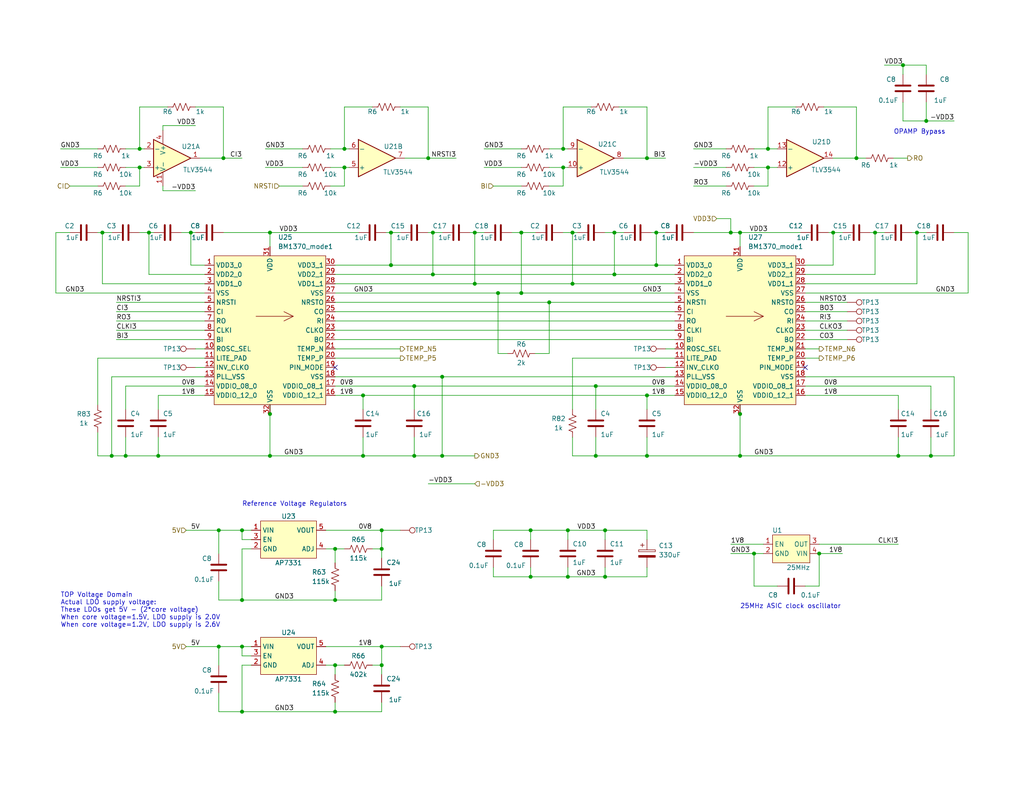
<source format=kicad_sch>
(kicad_sch (version 20231120) (generator "eeschema") (generator_version "8.0")
  (paper "A")
  (title_block (title "bitaxeHex") (date "2024-03-09") (rev "303"))
  (junction (at 176.53 124.46))
  (junction (at 113.03 105.41))
  (junction (at 153.67 40.64))
  (junction (at 30.48 124.46))
  (junction (at 66.04 176.53))
  (junction (at 246.38 17.78))
  (junction (at 43.18 124.46))
  (junction (at 252.73 33.02))
  (junction (at 129.54 77.47))
  (junction (at 93.98 40.64))
  (junction (at 165.1 144.78))
  (junction (at 129.54 63.5))
  (junction (at 223.52 151.13))
  (junction (at 38.1 40.64))
  (junction (at 118.11 63.5))
  (junction (at 91.44 163.83))
  (junction (at 38.1 45.72))
  (junction (at 250.19 63.5))
  (junction (at 154.94 144.78) (diameter 0.9144))
  (junction (at 116.84 43.18))
  (junction (at 165.1 157.48))
  (junction (at 66.04 144.78))
  (junction (at 142.24 80.01))
  (junction (at 104.14 144.78))
  (junction (at 179.07 63.5))
  (junction (at 104.14 181.61))
  (junction (at 233.68 43.18))
  (junction (at 142.24 63.5))
  (junction (at 73.66 63.5))
  (junction (at 201.93 113.03))
  (junction (at 120.65 124.46))
  (junction (at 144.78 157.48) (diameter 0.9144))
  (junction (at 91.44 149.86))
  (junction (at 59.69 176.53))
  (junction (at 66.04 163.83))
  (junction (at 238.76 63.5))
  (junction (at 99.06 124.46))
  (junction (at 156.21 77.47))
  (junction (at 104.14 176.53))
  (junction (at 254 124.46))
  (junction (at 91.44 194.31))
  (junction (at 59.69 144.78))
  (junction (at 162.56 105.41))
  (junction (at 167.64 63.5))
  (junction (at 91.44 181.61))
  (junction (at 118.11 74.93))
  (junction (at 52.07 63.5))
  (junction (at 149.86 82.55))
  (junction (at 106.68 72.39))
  (junction (at 209.55 45.72))
  (junction (at 104.14 149.86))
  (junction (at 66.04 194.31))
  (junction (at 27.94 63.5))
  (junction (at 144.78 144.78) (diameter 0.9144))
  (junction (at 60.96 43.18))
  (junction (at 205.74 151.13))
  (junction (at 73.66 124.46))
  (junction (at 73.66 113.03))
  (junction (at 176.53 107.95))
  (junction (at 201.93 124.46))
  (junction (at 113.03 124.46))
  (junction (at 162.56 124.46))
  (junction (at 167.64 74.93))
  (junction (at 120.65 102.87))
  (junction (at 245.11 124.46))
  (junction (at 156.21 63.5))
  (junction (at 34.29 124.46))
  (junction (at 179.07 72.39))
  (junction (at 154.94 157.48) (diameter 0.9144))
  (junction (at 135.89 80.01))
  (junction (at 227.33 63.5))
  (junction (at 40.64 63.5))
  (junction (at 209.55 40.64))
  (junction (at 201.93 63.5))
  (junction (at 199.39 63.5))
  (junction (at 153.67 45.72))
  (junction (at 99.06 107.95))
  (junction (at 176.53 43.18))
  (junction (at 93.98 45.72))
  (junction (at 106.68 63.5))
  (no_connect (at 219.71 100.33))
  (no_connect (at 91.44 100.33))
  (wire (pts (xy 154.94 154.94) (xy 154.94 157.48)))
  (wire (pts (xy 101.6 181.61) (xy 104.14 181.61)))
  (wire (pts (xy 55.88 102.87) (xy 30.48 102.87)))
  (wire (pts (xy 162.56 124.46) (xy 162.56 119.38)))
  (wire (pts (xy 189.23 40.64) (xy 198.12 40.64)))
  (wire (pts (xy 40.64 74.93) (xy 55.88 74.93)))
  (wire (pts (xy 176.53 43.18) (xy 170.18 43.18)))
  (wire (pts (xy 224.79 29.21) (xy 233.68 29.21)))
  (wire (pts (xy 91.44 97.79) (xy 109.22 97.79)))
  (wire (pts (xy 245.11 107.95) (xy 245.11 111.76)))
  (wire (pts (xy 44.45 34.29) (xy 53.34 34.29)))
  (wire (pts (xy 227.33 43.18) (xy 233.68 43.18)))
  (wire (pts (xy 243.84 43.18) (xy 247.65 43.18)))
  (wire (pts (xy 233.68 29.21) (xy 233.68 43.18)))
  (wire (pts (xy 260.35 102.87) (xy 260.35 124.46)))
  (wire (pts (xy 201.93 63.5) (xy 201.93 67.31)))
  (wire (pts (xy 93.98 45.72) (xy 95.25 45.72)))
  (wire (pts (xy 113.03 105.41) (xy 162.56 105.41)))
  (wire (pts (xy 246.38 33.02) (xy 252.73 33.02)))
  (wire (pts (xy 91.44 74.93) (xy 118.11 74.93)))
  (wire (pts (xy 132.08 45.72) (xy 142.24 45.72)))
  (wire (pts (xy 176.53 147.32) (xy 176.53 144.78)))
  (wire (pts (xy 176.53 119.38) (xy 176.53 124.46)))
  (wire (pts (xy 165.1 63.5) (xy 167.64 63.5)))
  (wire (pts (xy 250.19 63.5) (xy 252.73 63.5)))
  (wire (pts (xy 142.24 80.01) (xy 142.24 63.5)))
  (wire (pts (xy 31.75 85.09) (xy 55.88 85.09)))
  (wire (pts (xy 176.53 29.21) (xy 176.53 43.18)))
  (wire (pts (xy 227.33 72.39) (xy 227.33 63.5)))
  (wire (pts (xy 129.54 63.5) (xy 132.08 63.5)))
  (wire (pts (xy 91.44 181.61) (xy 91.44 184.15)))
  (wire (pts (xy 246.38 27.94) (xy 246.38 33.02)))
  (wire (pts (xy 254 124.46) (xy 254 119.38)))
  (wire (pts (xy 60.96 63.5) (xy 73.66 63.5)))
  (wire (pts (xy 91.44 194.31) (xy 91.44 191.77)))
  (wire (pts (xy 168.91 29.21) (xy 176.53 29.21)))
  (wire (pts (xy 53.34 95.25) (xy 55.88 95.25)))
  (wire (pts (xy 153.67 50.8) (xy 153.67 45.72)))
  (wire (pts (xy 44.45 50.8) (xy 44.45 52.07)))
  (wire (pts (xy 104.14 160.02) (xy 104.14 163.83)))
  (wire (pts (xy 209.55 40.64) (xy 212.09 40.64)))
  (wire (pts (xy 91.44 90.17) (xy 184.15 90.17)))
  (wire (pts (xy 165.1 157.48) (xy 154.94 157.48)))
  (wire (pts (xy 156.21 77.47) (xy 184.15 77.47)))
  (wire (pts (xy 252.73 33.02) (xy 260.35 33.02)))
  (wire (pts (xy 118.11 74.93) (xy 118.11 63.5)))
  (wire (pts (xy 118.11 74.93) (xy 167.64 74.93)))
  (wire (pts (xy 38.1 29.21) (xy 45.72 29.21)))
  (wire (pts (xy 30.48 102.87) (xy 30.48 124.46)))
  (wire (pts (xy 153.67 29.21) (xy 161.29 29.21)))
  (wire (pts (xy 91.44 181.61) (xy 93.98 181.61)))
  (wire (pts (xy 189.23 45.72) (xy 198.12 45.72)))
  (wire (pts (xy 156.21 97.79) (xy 156.21 111.76)))
  (wire (pts (xy 219.71 77.47) (xy 250.19 77.47)))
  (wire (pts (xy 135.89 80.01) (xy 142.24 80.01)))
  (wire (pts (xy 201.93 124.46) (xy 245.11 124.46)))
  (wire (pts (xy 91.44 77.47) (xy 129.54 77.47)))
  (wire (pts (xy 104.14 194.31) (xy 91.44 194.31)))
  (wire (pts (xy 252.73 20.32) (xy 252.73 17.78)))
  (wire (pts (xy 43.18 107.95) (xy 43.18 111.76)))
  (wire (pts (xy 167.64 63.5) (xy 170.18 63.5)))
  (wire (pts (xy 135.89 96.52) (xy 135.89 80.01)))
  (wire (pts (xy 38.1 63.5) (xy 40.64 63.5)))
  (wire (pts (xy 165.1 157.48) (xy 176.53 157.48)))
  (wire (pts (xy 73.66 113.03) (xy 73.66 124.46)))
  (wire (pts (xy 116.84 43.18) (xy 124.46 43.18)))
  (wire (pts (xy 153.67 40.64) (xy 154.94 40.64)))
  (wire (pts (xy 219.71 85.09) (xy 231.14 85.09)))
  (wire (pts (xy 219.71 105.41) (xy 254 105.41)))
  (wire (pts (xy 30.48 124.46) (xy 34.29 124.46)))
  (wire (pts (xy 34.29 50.8) (xy 38.1 50.8)))
  (wire (pts (xy 52.07 63.5) (xy 52.07 72.39)))
  (wire (pts (xy 44.45 52.07) (xy 53.34 52.07)))
  (wire (pts (xy 72.39 45.72) (xy 82.55 45.72)))
  (wire (pts (xy 91.44 92.71) (xy 184.15 92.71)))
  (wire (pts (xy 106.68 72.39) (xy 179.07 72.39)))
  (wire (pts (xy 144.78 147.32) (xy 144.78 144.78)))
  (wire (pts (xy 134.62 154.94) (xy 134.62 157.48)))
  (wire (pts (xy 53.34 29.21) (xy 60.96 29.21)))
  (wire (pts (xy 104.14 191.77) (xy 104.14 194.31)))
  (wire (pts (xy 154.94 147.32) (xy 154.94 144.78)))
  (wire (pts (xy 219.71 160.02) (xy 223.52 160.02)))
  (wire (pts (xy 205.74 45.72) (xy 209.55 45.72)))
  (wire (pts (xy 104.14 163.83) (xy 91.44 163.83)))
  (wire (pts (xy 104.14 149.86) (xy 104.14 152.4)))
  (wire (pts (xy 90.17 45.72) (xy 93.98 45.72)))
  (wire (pts (xy 38.1 50.8) (xy 38.1 45.72)))
  (wire (pts (xy 40.64 74.93) (xy 40.64 63.5)))
  (wire (pts (xy 66.04 179.07) (xy 66.04 176.53)))
  (wire (pts (xy 156.21 77.47) (xy 156.21 63.5)))
  (wire (pts (xy 43.18 119.38) (xy 43.18 124.46)))
  (wire (pts (xy 52.07 63.5) (xy 53.34 63.5)))
  (wire (pts (xy 59.69 176.53) (xy 59.69 181.61)))
  (wire (pts (xy 113.03 124.46) (xy 120.65 124.46)))
  (wire (pts (xy 205.74 151.13) (xy 208.28 151.13)))
  (wire (pts (xy 142.24 63.5) (xy 139.7 63.5)))
  (wire (pts (xy 223.52 151.13) (xy 229.87 151.13)))
  (wire (pts (xy 49.53 63.5) (xy 52.07 63.5)))
  (wire (pts (xy 132.08 40.64) (xy 142.24 40.64)))
  (wire (pts (xy 116.84 29.21) (xy 116.84 43.18)))
  (wire (pts (xy 99.06 124.46) (xy 113.03 124.46)))
  (wire (pts (xy 134.62 147.32) (xy 134.62 144.78)))
  (wire (pts (xy 59.69 144.78) (xy 66.04 144.78)))
  (wire (pts (xy 104.14 181.61) (xy 104.14 176.53)))
  (wire (pts (xy 176.53 107.95) (xy 184.15 107.95)))
  (wire (pts (xy 218.44 63.5) (xy 201.93 63.5)))
  (wire (pts (xy 149.86 82.55) (xy 184.15 82.55)))
  (wire (pts (xy 246.38 17.78) (xy 246.38 20.32)))
  (wire (pts (xy 156.21 124.46) (xy 162.56 124.46)))
  (wire (pts (xy 219.71 102.87) (xy 260.35 102.87)))
  (wire (pts (xy 91.44 80.01) (xy 135.89 80.01)))
  (wire (pts (xy 237.49 63.5) (xy 238.76 63.5)))
  (wire (pts (xy 184.15 97.79) (xy 156.21 97.79)))
  (wire (pts (xy 68.58 179.07) (xy 66.04 179.07)))
  (wire (pts (xy 189.23 63.5) (xy 199.39 63.5)))
  (wire (pts (xy 233.68 43.18) (xy 236.22 43.18)))
  (wire (pts (xy 53.34 100.33) (xy 55.88 100.33)))
  (wire (pts (xy 134.62 144.78) (xy 144.78 144.78)))
  (wire (pts (xy 106.68 72.39) (xy 106.68 63.5)))
  (wire (pts (xy 219.71 80.01) (xy 264.16 80.01)))
  (wire (pts (xy 73.66 110.49) (xy 73.66 113.03)))
  (wire (pts (xy 104.14 176.53) (xy 109.22 176.53)))
  (wire (pts (xy 205.74 50.8) (xy 209.55 50.8)))
  (wire (pts (xy 34.29 119.38) (xy 34.29 124.46)))
  (wire (pts (xy 264.16 63.5) (xy 260.35 63.5)))
  (wire (pts (xy 59.69 189.23) (xy 59.69 194.31)))
  (wire (pts (xy 176.53 154.94) (xy 176.53 157.48)))
  (wire (pts (xy 129.54 77.47) (xy 129.54 63.5)))
  (wire (pts (xy 60.96 43.18) (xy 54.61 43.18)))
  (wire (pts (xy 176.53 43.18) (xy 181.61 43.18)))
  (wire (pts (xy 165.1 154.94) (xy 165.1 157.48)))
  (wire (pts (xy 91.44 105.41) (xy 113.03 105.41)))
  (wire (pts (xy 106.68 63.5) (xy 109.22 63.5)))
  (wire (pts (xy 241.3 17.78) (xy 246.38 17.78)))
  (wire (pts (xy 128.27 63.5) (xy 129.54 63.5)))
  (wire (pts (xy 116.84 132.08) (xy 129.54 132.08)))
  (wire (pts (xy 91.44 87.63) (xy 184.15 87.63)))
  (wire (pts (xy 104.14 144.78) (xy 109.22 144.78)))
  (wire (pts (xy 91.44 149.86) (xy 93.98 149.86)))
  (wire (pts (xy 205.74 160.02) (xy 205.74 151.13)))
  (wire (pts (xy 26.67 97.79) (xy 55.88 97.79)))
  (wire (pts (xy 91.44 107.95) (xy 99.06 107.95)))
  (wire (pts (xy 66.04 194.31) (xy 91.44 194.31)))
  (wire (pts (xy 109.22 29.21) (xy 116.84 29.21)))
  (wire (pts (xy 201.93 110.49) (xy 201.93 113.03)))
  (wire (pts (xy 40.64 63.5) (xy 41.91 63.5)))
  (wire (pts (xy 219.71 92.71) (xy 231.14 92.71)))
  (wire (pts (xy 16.51 45.72) (xy 26.67 45.72)))
  (wire (pts (xy 153.67 63.5) (xy 156.21 63.5)))
  (wire (pts (xy 90.17 40.64) (xy 93.98 40.64)))
  (wire (pts (xy 93.98 29.21) (xy 93.98 40.64)))
  (wire (pts (xy 120.65 102.87) (xy 120.65 124.46)))
  (wire (pts (xy 120.65 102.87) (xy 184.15 102.87)))
  (wire (pts (xy 88.9 149.86) (xy 91.44 149.86)))
  (wire (pts (xy 176.53 124.46) (xy 201.93 124.46)))
  (wire (pts (xy 26.67 110.49) (xy 26.67 97.79)))
  (wire (pts (xy 219.71 74.93) (xy 238.76 74.93)))
  (wire (pts (xy 101.6 149.86) (xy 104.14 149.86)))
  (wire (pts (xy 181.61 95.25) (xy 184.15 95.25)))
  (wire (pts (xy 250.19 77.47) (xy 250.19 63.5)))
  (wire (pts (xy 219.71 87.63) (xy 231.14 87.63)))
  (wire (pts (xy 149.86 82.55) (xy 149.86 96.52)))
  (wire (pts (xy 149.86 50.8) (xy 153.67 50.8)))
  (wire (pts (xy 248.92 63.5) (xy 250.19 63.5)))
  (wire (pts (xy 73.66 124.46) (xy 99.06 124.46)))
  (wire (pts (xy 66.04 144.78) (xy 68.58 144.78)))
  (wire (pts (xy 153.67 29.21) (xy 153.67 40.64)))
  (wire (pts (xy 153.67 45.72) (xy 154.94 45.72)))
  (wire (pts (xy 156.21 119.38) (xy 156.21 124.46)))
  (wire (pts (xy 201.93 113.03) (xy 201.93 124.46)))
  (wire (pts (xy 209.55 45.72) (xy 212.09 45.72)))
  (wire (pts (xy 219.71 72.39) (xy 227.33 72.39)))
  (wire (pts (xy 93.98 50.8) (xy 93.98 45.72)))
  (wire (pts (xy 34.29 105.41) (xy 55.88 105.41)))
  (wire (pts (xy 31.75 92.71) (xy 55.88 92.71)))
  (wire (pts (xy 238.76 74.93) (xy 238.76 63.5)))
  (wire (pts (xy 149.86 45.72) (xy 153.67 45.72)))
  (wire (pts (xy 195.58 59.69) (xy 199.39 59.69)))
  (wire (pts (xy 162.56 124.46) (xy 176.53 124.46)))
  (wire (pts (xy 146.05 96.52) (xy 149.86 96.52)))
  (wire (pts (xy 162.56 105.41) (xy 184.15 105.41)))
  (wire (pts (xy 209.55 29.21) (xy 217.17 29.21)))
  (wire (pts (xy 113.03 124.46) (xy 113.03 119.38)))
  (wire (pts (xy 142.24 80.01) (xy 184.15 80.01)))
  (wire (pts (xy 227.33 63.5) (xy 229.87 63.5)))
  (wire (pts (xy 91.44 72.39) (xy 106.68 72.39)))
  (wire (pts (xy 50.8 176.53) (xy 59.69 176.53)))
  (wire (pts (xy 219.71 82.55) (xy 231.14 82.55)))
  (wire (pts (xy 91.44 163.83) (xy 91.44 161.29)))
  (wire (pts (xy 254 105.41) (xy 254 111.76)))
  (wire (pts (xy 199.39 151.13) (xy 205.74 151.13)))
  (wire (pts (xy 104.14 181.61) (xy 104.14 184.15)))
  (wire (pts (xy 105.41 63.5) (xy 106.68 63.5)))
  (wire (pts (xy 88.9 181.61) (xy 91.44 181.61)))
  (wire (pts (xy 97.79 63.5) (xy 73.66 63.5)))
  (wire (pts (xy 189.23 50.8) (xy 198.12 50.8)))
  (wire (pts (xy 15.24 80.01) (xy 15.24 63.5)))
  (wire (pts (xy 116.84 63.5) (xy 118.11 63.5)))
  (wire (pts (xy 88.9 176.53) (xy 104.14 176.53)))
  (wire (pts (xy 27.94 77.47) (xy 27.94 63.5)))
  (wire (pts (xy 26.67 118.11) (xy 26.67 124.46)))
  (wire (pts (xy 44.45 35.56) (xy 44.45 34.29)))
  (wire (pts (xy 260.35 124.46) (xy 254 124.46)))
  (wire (pts (xy 68.58 181.61) (xy 66.04 181.61)))
  (wire (pts (xy 165.1 147.32) (xy 165.1 144.78)))
  (wire (pts (xy 144.78 144.78) (xy 154.94 144.78)))
  (wire (pts (xy 252.73 27.94) (xy 252.73 33.02)))
  (wire (pts (xy 120.65 124.46) (xy 129.54 124.46)))
  (wire (pts (xy 246.38 17.78) (xy 252.73 17.78)))
  (wire (pts (xy 156.21 63.5) (xy 157.48 63.5)))
  (wire (pts (xy 26.67 63.5) (xy 27.94 63.5)))
  (wire (pts (xy 226.06 63.5) (xy 227.33 63.5)))
  (wire (pts (xy 245.11 119.38) (xy 245.11 124.46)))
  (wire (pts (xy 31.75 82.55) (xy 55.88 82.55)))
  (wire (pts (xy 34.29 45.72) (xy 38.1 45.72)))
  (wire (pts (xy 27.94 77.47) (xy 55.88 77.47)))
  (wire (pts (xy 134.62 50.8) (xy 142.24 50.8)))
  (wire (pts (xy 264.16 80.01) (xy 264.16 63.5)))
  (wire (pts (xy 219.71 107.95) (xy 245.11 107.95)))
  (wire (pts (xy 55.88 80.01) (xy 15.24 80.01)))
  (wire (pts (xy 144.78 157.48) (xy 134.62 157.48)))
  (wire (pts (xy 68.58 147.32) (xy 66.04 147.32)))
  (wire (pts (xy 66.04 181.61) (xy 66.04 194.31)))
  (wire (pts (xy 43.18 124.46) (xy 73.66 124.46)))
  (wire (pts (xy 60.96 43.18) (xy 66.04 43.18)))
  (wire (pts (xy 179.07 72.39) (xy 184.15 72.39)))
  (wire (pts (xy 90.17 50.8) (xy 93.98 50.8)))
  (wire (pts (xy 99.06 107.95) (xy 99.06 111.76)))
  (wire (pts (xy 66.04 149.86) (xy 66.04 163.83)))
  (wire (pts (xy 66.04 147.32) (xy 66.04 144.78)))
  (wire (pts (xy 99.06 107.95) (xy 176.53 107.95)))
  (wire (pts (xy 209.55 29.21) (xy 209.55 40.64)))
  (wire (pts (xy 181.61 100.33) (xy 184.15 100.33)))
  (wire (pts (xy 34.29 124.46) (xy 43.18 124.46)))
  (wire (pts (xy 199.39 63.5) (xy 201.93 63.5)))
  (wire (pts (xy 219.71 95.25) (xy 223.52 95.25)))
  (wire (pts (xy 59.69 158.75) (xy 59.69 163.83)))
  (wire (pts (xy 38.1 45.72) (xy 39.37 45.72)))
  (wire (pts (xy 68.58 149.86) (xy 66.04 149.86)))
  (wire (pts (xy 73.66 63.5) (xy 73.66 67.31)))
  (wire (pts (xy 66.04 176.53) (xy 68.58 176.53)))
  (wire (pts (xy 27.94 63.5) (xy 30.48 63.5)))
  (wire (pts (xy 167.64 74.93) (xy 167.64 63.5)))
  (wire (pts (xy 31.75 87.63) (xy 55.88 87.63)))
  (wire (pts (xy 31.75 90.17) (xy 55.88 90.17)))
  (wire (pts (xy 50.8 144.78) (xy 59.69 144.78)))
  (wire (pts (xy 91.44 95.25) (xy 109.22 95.25)))
  (wire (pts (xy 93.98 40.64) (xy 95.25 40.64)))
  (wire (pts (xy 223.52 148.59) (xy 245.11 148.59)))
  (wire (pts (xy 91.44 82.55) (xy 149.86 82.55)))
  (wire (pts (xy 199.39 148.59) (xy 208.28 148.59)))
  (wire (pts (xy 60.96 29.21) (xy 60.96 43.18)))
  (wire (pts (xy 16.51 40.64) (xy 26.67 40.64)))
  (wire (pts (xy 116.84 43.18) (xy 110.49 43.18)))
  (wire (pts (xy 38.1 40.64) (xy 39.37 40.64)))
  (wire (pts (xy 34.29 105.41) (xy 34.29 111.76)))
  (wire (pts (xy 245.11 124.46) (xy 254 124.46)))
  (wire (pts (xy 179.07 63.5) (xy 181.61 63.5)))
  (wire (pts (xy 99.06 119.38) (xy 99.06 124.46)))
  (wire (pts (xy 76.2 50.8) (xy 82.55 50.8)))
  (wire (pts (xy 167.64 74.93) (xy 184.15 74.93)))
  (wire (pts (xy 26.67 124.46) (xy 30.48 124.46)))
  (wire (pts (xy 19.05 50.8) (xy 26.67 50.8)))
  (wire (pts (xy 93.98 29.21) (xy 101.6 29.21)))
  (wire (pts (xy 34.29 40.64) (xy 38.1 40.64)))
  (wire (pts (xy 199.39 59.69) (xy 199.39 63.5)))
  (wire (pts (xy 72.39 40.64) (xy 82.55 40.64)))
  (wire (pts (xy 66.04 163.83) (xy 91.44 163.83)))
  (wire (pts (xy 154.94 144.78) (xy 165.1 144.78)))
  (wire (pts (xy 162.56 105.41) (xy 162.56 111.76)))
  (wire (pts (xy 88.9 144.78) (xy 104.14 144.78)))
  (wire (pts (xy 212.09 160.02) (xy 205.74 160.02)))
  (wire (pts (xy 149.86 40.64) (xy 153.67 40.64)))
  (wire (pts (xy 59.69 144.78) (xy 59.69 151.13)))
  (wire (pts (xy 179.07 63.5) (xy 179.07 72.39)))
  (wire (pts (xy 165.1 144.78) (xy 176.53 144.78)))
  (wire (pts (xy 144.78 157.48) (xy 154.94 157.48)))
  (wire (pts (xy 104.14 149.86) (xy 104.14 144.78)))
  (wire (pts (xy 219.71 90.17) (xy 231.14 90.17)))
  (wire (pts (xy 43.18 107.95) (xy 55.88 107.95)))
  (wire (pts (xy 59.69 176.53) (xy 66.04 176.53)))
  (wire (pts (xy 59.69 194.31) (xy 66.04 194.31)))
  (wire (pts (xy 91.44 149.86) (xy 91.44 153.67)))
  (wire (pts (xy 91.44 102.87) (xy 120.65 102.87)))
  (wire (pts (xy 38.1 29.21) (xy 38.1 40.64)))
  (wire (pts (xy 177.8 63.5) (xy 179.07 63.5)))
  (wire (pts (xy 91.44 85.09) (xy 184.15 85.09)))
  (wire (pts (xy 219.71 97.79) (xy 223.52 97.79)))
  (wire (pts (xy 238.76 63.5) (xy 241.3 63.5)))
  (wire (pts (xy 142.24 63.5) (xy 146.05 63.5)))
  (wire (pts (xy 144.78 154.94) (xy 144.78 157.48)))
  (wire (pts (xy 223.52 160.02) (xy 223.52 151.13)))
  (wire (pts (xy 209.55 50.8) (xy 209.55 45.72)))
  (wire (pts (xy 118.11 63.5) (xy 120.65 63.5)))
  (wire (pts (xy 129.54 77.47) (xy 156.21 77.47)))
  (wire (pts (xy 138.43 96.52) (xy 135.89 96.52)))
  (wire (pts (xy 52.07 72.39) (xy 55.88 72.39)))
  (wire (pts (xy 205.74 40.64) (xy 209.55 40.64)))
  (wire (pts (xy 176.53 107.95) (xy 176.53 111.76)))
  (wire (pts (xy 59.69 163.83) (xy 66.04 163.83)))
  (wire (pts (xy 15.24 63.5) (xy 19.05 63.5)))
  (wire (pts (xy 113.03 105.41) (xy 113.03 111.76)))
  (text "25MHz ASIC clock oscillator" (at 201.93 166.37 0) (effects (font (size 1.27 1.27)) (justify left bottom)))
  (text "Reference Voltage Regulators" (at 66.04 138.43 0) (effects (font (size 1.27 1.27)) (justify left bottom)))
  (text "OPAMP Bypass" (at 243.84 36.83 0) (effects (font (size 1.27 1.27)) (justify left bottom)))
  (text "TOP Voltage Domain\nActual LDO supply voltage:\nThese LDOs get 5V - (2*core voltage)\nWhen core voltage=1.5V, LDO supply is 2.0V\nWhen core voltage=1.2V, LDO supply is 2.6V " (at 16.51 171.45 0) (effects (font (size 1.27 1.27)) (justify left bottom)))
  (label "1V8" (at 229.87 151.13 180))
  (label "NRSTI3" (at 124.46 43.18 180))
  (label "0V8" (at 224.79 105.41 0))
  (label "1V8" (at 49.53 107.95 0))
  (label "CLKI3" (at 245.11 148.59 180))
  (label "-VDD3" (at 260.35 33.02 180))
  (label "RO3" (at 189.23 50.8 0))
  (label "-VDD3" (at 53.34 52.07 180))
  (label "GND3" (at 162.56 157.48 180))
  (label "0V8" (at 177.8 105.41 0))
  (label "5V" (at 52.07 176.53 0))
  (label "NRSTI3" (at 31.75 82.55 0))
  (label "CLKO3" (at 223.52 90.17 0))
  (label "GND3" (at 175.26 80.01 0))
  (label "CI3" (at 31.75 85.09 0))
  (label "1V8" (at 224.79 107.95 0))
  (label "5V" (at 52.07 144.78 0))
  (label "GND3" (at 132.08 40.64 0))
  (label "VDD3" (at 53.34 34.29 180))
  (label "CO3" (at 223.52 92.71 0))
  (label "1V8" (at 92.71 107.95 0))
  (label "GND3" (at 77.47 124.46 0))
  (label "RO3" (at 31.75 87.63 0))
  (label "GND3" (at 96.52 80.01 0))
  (label "0V8" (at 49.53 105.41 0))
  (label "GND3" (at 72.39 40.64 0))
  (label "GND3" (at 74.93 194.31 0))
  (label "VDD3" (at 16.51 45.72 0))
  (label "CLKI3" (at 31.75 90.17 0))
  (label "RI3" (at 223.52 87.63 0))
  (label "VDD3" (at 132.08 45.72 0))
  (label "GND3" (at 16.51 40.64 0))
  (label "-VDD3" (at 116.84 132.08 0))
  (label "VDD3" (at 72.39 45.72 0))
  (label "BI3" (at 181.61 43.18 180))
  (label "BI3" (at 31.75 92.71 0))
  (label "1V8" (at 177.8 107.95 0))
  (label "GND3" (at 189.23 40.64 0))
  (label "1V8" (at 199.39 148.59 0))
  (label "0V8" (at 92.71 105.41 0))
  (label "-VDD3" (at 189.23 45.72 0))
  (label "VDD3" (at 204.47 63.5 0))
  (label "VDD3" (at 157.48 144.78 0))
  (label "1V8" (at 97.79 176.53 0))
  (label "GND3" (at 255.27 80.01 0))
  (label "GND3" (at 205.74 124.46 0))
  (label "BO3" (at 223.52 85.09 0))
  (label "CI3" (at 66.04 43.18 180))
  (label "GND3" (at 199.39 151.13 0))
  (label "GND3" (at 17.78 80.01 0))
  (label "0V8" (at 97.79 144.78 0))
  (label "GND3" (at 74.93 163.83 0))
  (label "NRSTO3" (at 223.52 82.55 0))
  (label "VDD3" (at 241.3 17.78 0))
  (label "VDD3" (at 76.2 63.5 0))
  (hierarchical_label "BI" (shape input) (at 134.62 50.8 180))
  (hierarchical_label "GND3" (shape output) (at 129.54 124.46 0))
  (hierarchical_label "TEMP_P6" (shape output) (at 223.52 97.79 0))
  (hierarchical_label "TEMP_N6" (shape output) (at 223.52 95.25 0))
  (hierarchical_label "TEMP_N5" (shape output) (at 109.22 95.25 0))
  (hierarchical_label "VDD3" (shape input) (at 195.58 59.69 180))
  (hierarchical_label "TEMP_P5" (shape output) (at 109.22 97.79 0))
  (hierarchical_label "CI" (shape input) (at 19.05 50.8 180))
  (hierarchical_label "5V" (shape input) (at 50.8 144.78 180))
  (hierarchical_label "RO" (shape output) (at 247.65 43.18 0))
  (hierarchical_label "5V" (shape input) (at 50.8 176.53 180))
  (hierarchical_label "NRSTI" (shape input) (at 76.2 50.8 180))
  (hierarchical_label "-VDD3" (shape input) (at 129.54 132.08 0))
  (symbol (lib_id "Connector:TestPoint") (at 231.14 92.71 270) (mirror x) (unit 1) (in_bom no)
    (property "Reference" "TP13" (at 237.49 92.71 90))
    (property "Value" "TestPoint" (effects (hide yes)))
    (property "Footprint" "TestPoint:TestPoint_Pad_D1.5mm" (effects (hide yes)))
  )
  (symbol (lib_id "Device:C") (at 256.54 63.5 90) (unit 1)
    (property "Reference" "C18" (at 254 60.96 90) (effects (justify left bottom)))
    (property "Value" "1uF" (at 255.27 64.135 90) (effects (justify left bottom)))
    (property "Footprint" "Capacitor_SMD:C_0402_1005Metric" (effects (hide yes)))
    (property "DK" "587-5514-1-ND" (effects (hide yes)))
    (property "PARTNO" "EMK105BJ105MV-F" (effects (hide yes)))
  )
  (symbol (lib_id "Device:C") (at 222.25 63.5 90) (unit 1)
    (property "Reference" "C12" (at 219.075 60.96 90) (effects (justify left bottom)))
    (property "Value" "1uF" (at 220.98 64.135 90) (effects (justify left bottom)))
    (property "Footprint" "Capacitor_SMD:C_0402_1005Metric" (effects (hide yes)))
    (property "DK" "587-5514-1-ND" (effects (hide yes)))
    (property "PARTNO" "EMK105BJ105MV-F" (effects (hide yes)))
  )
  (symbol (lib_id "Device:C") (at 57.15 63.5 90) (unit 1)
    (property "Reference" "C8" (at 54.61 60.96 90) (effects (justify left bottom)))
    (property "Value" "1uF" (at 55.88 64.135 90) (effects (justify left bottom)))
    (property "Footprint" "Capacitor_SMD:C_0402_1005Metric" (effects (hide yes)))
    (property "DK" "587-5514-1-ND" (effects (hide yes)))
    (property "PARTNO" "EMK105BJ105MV-F" (effects (hide yes)))
  )
  (symbol (lib_id "Device:R_US") (at 201.93 40.64 270) (unit 1)
    (property "Reference" "R6" (at 198.12 42.545 90))
    (property "Value" "1k" (at 205.74 42.545 90))
    (property "Footprint" "Resistor_SMD:R_0402_1005Metric" (effects (hide yes)))
    (property "DK" "311-1.00KLRCT-ND" (effects (hide yes)))
    (property "PARTNO" "RC0402FR-071KL" (effects (hide yes)))
  )
  (symbol (lib_id "Device:R_US") (at 86.36 45.72 90) (unit 1)
    (property "Reference" "R6" (at 82.55 47.625 90))
    (property "Value" "10k" (at 90.17 47.625 90))
    (property "Footprint" "Resistor_SMD:R_0402_1005Metric" (effects (hide yes)))
    (property "DK" "311-10KJRCT-ND" (effects (hide yes)))
    (property "PARTNO" "RC0402JR-0710KL" (effects (hide yes)))
  )
  (symbol (lib_id "Device:R_US") (at 97.79 181.61 270) (unit 1)
    (property "Reference" "R66" (at 97.79 179.07 90))
    (property "Value" "402k" (at 97.79 184.15 90))
    (property "Footprint" "Resistor_SMD:R_0402_1005Metric" (effects (hide yes)))
    (property "DK" "YAG3151CT-ND" (effects (hide yes)))
    (property "PARTNO" "RC0402FR-07402KL" (effects (hide yes)))
  )
  (symbol (lib_id "Device:C") (at 104.14 187.96 0) (unit 1)
    (property "Reference" "C24" (at 105.41 186.055 0) (effects (justify left bottom)))
    (property "Value" "1uF" (at 106.045 191.77 0) (effects (justify left bottom)))
    (property "Footprint" "Capacitor_SMD:C_0402_1005Metric" (effects (hide yes)))
    (property "DK" "587-5514-1-ND" (effects (hide yes)))
    (property "PARTNO" "EMK105BJ105MV-F" (effects (hide yes)))
  )
  (symbol (lib_id "Device:C") (at 161.29 63.5 90) (unit 1)
    (property "Reference" "C3" (at 158.75 60.96 90) (effects (justify left bottom)))
    (property "Value" "1uF" (at 160.02 64.135 90) (effects (justify left bottom)))
    (property "Footprint" "Capacitor_SMD:C_0402_1005Metric" (effects (hide yes)))
    (property "DK" "587-5514-1-ND" (effects (hide yes)))
    (property "PARTNO" "EMK105BJ105MV-F" (effects (hide yes)))
  )
  (symbol (lib_id "Connector:TestPoint") (at 231.14 85.09 270) (mirror x) (unit 1) (in_bom no)
    (property "Reference" "TP13" (at 237.49 85.09 90))
    (property "Value" "TestPoint" (effects (hide yes)))
    (property "Footprint" "TestPoint:TestPoint_Pad_D1.5mm" (effects (hide yes)))
  )
  (symbol (lib_id "Device:C") (at 113.03 115.57 0) (unit 1)
    (property "Reference" "C16" (at 113.665 113.665 0) (effects (justify left bottom)))
    (property "Value" "1uF" (at 114.3 119.38 0) (effects (justify left bottom)))
    (property "Footprint" "Capacitor_SMD:C_0402_1005Metric" (effects (hide yes)))
    (property "DK" "587-5514-1-ND" (effects (hide yes)))
    (property "PARTNO" "EMK105BJ105MV-F" (effects (hide yes)))
  )
  (symbol (lib_id "Connector:TestPoint") (at 231.14 82.55 270) (mirror x) (unit 1) (in_bom no)
    (property "Reference" "TP13" (at 237.49 82.55 90))
    (property "Value" "TestPoint" (effects (hide yes)))
    (property "Footprint" "TestPoint:TestPoint_Pad_D1.5mm" (effects (hide yes)))
  )
  (symbol (lib_id "Device:C_Polarized") (at 176.53 151.13 0) (unit 1)
    (property "Reference" "C13" (at 179.705 148.9709 0) (effects (justify left)))
    (property "Value" "330uF" (at 179.705 151.5109 0) (effects (justify left)))
    (property "Footprint" "Capacitor_Tantalum_SMD:CP_EIA-7343-31_Kemet-D_Pad2.25x2.55mm_HandSolder" (effects (hide yes)))
    (property "DK" "718-1028-1-ND" (effects (hide yes)))
    (property "PARTNO" "293D337X9010E2TE3" (effects (hide yes)))
  )
  (symbol (lib_id "Device:R_US") (at 165.1 29.21 270) (unit 1)
    (property "Reference" "R6" (at 161.29 30.48 90))
    (property "Value" "1k" (at 170.18 30.48 90))
    (property "Footprint" "Resistor_SMD:R_0402_1005Metric" (effects (hide yes)))
    (property "DK" "311-1.00KLRCT-ND" (effects (hide yes)))
    (property "PARTNO" "RC0402FR-071KL" (effects (hide yes)))
  )
  (symbol (lib_id "Device:R_US") (at 91.44 157.48 180) (unit 1)
    (property "Reference" "R63" (at 85.09 156.21 0) (effects (justify right)))
    (property "Value" "115k" (at 85.09 158.75 0) (effects (justify right)))
    (property "Footprint" "Resistor_SMD:R_0402_1005Metric" (effects (hide yes)))
    (property "DK" "YAG2956CT-ND" (effects (hide yes)))
    (property "PARTNO" "RC0402FR-07115KL" (effects (hide yes)))
  )
  (symbol (lib_id "Device:C") (at 254 115.57 0) (unit 1)
    (property "Reference" "C16" (at 254.635 113.665 0) (effects (justify left bottom)))
    (property "Value" "1uF" (at 255.27 119.38 0) (effects (justify left bottom)))
    (property "Footprint" "Capacitor_SMD:C_0402_1005Metric" (effects (hide yes)))
    (property "DK" "587-5514-1-ND" (effects (hide yes)))
    (property "PARTNO" "EMK105BJ105MV-F" (effects (hide yes)))
  )
  (symbol (lib_id "Device:C") (at 176.53 115.57 0) (unit 1)
    (property "Reference" "C5" (at 177.8 113.665 0) (effects (justify left bottom)))
    (property "Value" "1uF" (at 177.8 119.38 0) (effects (justify left bottom)))
    (property "Footprint" "Capacitor_SMD:C_0402_1005Metric" (effects (hide yes)))
    (property "DK" "587-5514-1-ND" (effects (hide yes)))
    (property "PARTNO" "EMK105BJ105MV-F" (effects (hide yes)))
  )
  (symbol (lib_id "Device:C") (at 173.99 63.5 90) (unit 1)
    (property "Reference" "C6" (at 171.45 60.96 90) (effects (justify left bottom)))
    (property "Value" "1uF" (at 172.72 64.135 90) (effects (justify left bottom)))
    (property "Footprint" "Capacitor_SMD:C_0402_1005Metric" (effects (hide yes)))
    (property "DK" "587-5514-1-ND" (effects (hide yes)))
    (property "PARTNO" "EMK105BJ105MV-F" (effects (hide yes)))
  )
  (symbol (lib_id "Device:R_US") (at 220.98 29.21 270) (unit 1)
    (property "Reference" "R6" (at 217.17 30.48 90))
    (property "Value" "1k" (at 226.06 30.48 90))
    (property "Footprint" "Resistor_SMD:R_0402_1005Metric" (effects (hide yes)))
    (property "DK" "311-1.00KLRCT-ND" (effects (hide yes)))
    (property "PARTNO" "RC0402FR-071KL" (effects (hide yes)))
  )
  (symbol (lib_id "Connector:TestPoint") (at 231.14 87.63 270) (mirror x) (unit 1) (in_bom no)
    (property "Reference" "TP13" (at 237.49 87.63 90))
    (property "Value" "TestPoint" (effects (hide yes)))
    (property "Footprint" "TestPoint:TestPoint_Pad_D1.5mm" (effects (hide yes)))
  )
  (symbol (lib_name "TLV3544_2") (lib_id "bitaxe:TLV3544") (at 100.33 43.18 0) (unit 2)
    (property "Reference" "U21" (at 107.315 40.005 0))
    (property "Value" "TLV3544" (at 108.585 46.99 0))
    (property "Footprint" "Package_SO:TSSOP-14_4.4x5mm_P0.65mm" (effects (hide yes)))
    (property "Datasheet" "https://www.ti.com/lit/ds/symlink/tlv3542.pdf" (effects (hide yes)))
    (property "DK" "296-45352-1-ND" (effects (hide yes)))
    (property "PARTNO" "TLV3544IPWR" (effects (hide yes)))
  )
  (symbol (lib_id "Device:C") (at 135.89 63.5 90) (unit 1)
    (property "Reference" "C18" (at 133.35 60.96 90) (effects (justify left bottom)))
    (property "Value" "1uF" (at 134.62 64.135 90) (effects (justify left bottom)))
    (property "Footprint" "Capacitor_SMD:C_0402_1005Metric" (effects (hide yes)))
    (property "DK" "587-5514-1-ND" (effects (hide yes)))
    (property "PARTNO" "EMK105BJ105MV-F" (effects (hide yes)))
  )
  (symbol (lib_id "Device:R_US") (at 146.05 50.8 90) (unit 1)
    (property "Reference" "R6" (at 142.24 52.705 90))
    (property "Value" "10k" (at 149.86 52.705 90))
    (property "Footprint" "Resistor_SMD:R_0402_1005Metric" (effects (hide yes)))
    (property "DK" "311-10KJRCT-ND" (effects (hide yes)))
    (property "PARTNO" "RC0402JR-0710KL" (effects (hide yes)))
  )
  (symbol (lib_id "Device:R_US") (at 142.24 96.52 90) (unit 1)
    (property "Reference" "R6" (at 142.24 93.98 90))
    (property "Value" "2k" (at 142.24 99.06 90))
    (property "Footprint" "Resistor_SMD:R_0402_1005Metric" (effects (hide yes)))
    (property "DK" "YAG2303CT-ND" (effects (hide yes)))
    (property "PARTNO" "RT0402BRD072KL" (effects (hide yes)))
  )
  (symbol (lib_id "Device:C") (at 113.03 63.5 90) (unit 1)
    (property "Reference" "C15" (at 110.49 60.96 90) (effects (justify left bottom)))
    (property "Value" "1uF" (at 111.76 64.135 90) (effects (justify left bottom)))
    (property "Footprint" "Capacitor_SMD:C_0402_1005Metric" (effects (hide yes)))
    (property "DK" "587-5514-1-ND" (effects (hide yes)))
    (property "PARTNO" "EMK105BJ105MV-F" (effects (hide yes)))
  )
  (symbol (lib_id "Device:C") (at 144.78 151.13 180) (unit 1)
    (property "Reference" "C8" (at 142.875 147.955 0) (effects (justify left bottom)))
    (property "Value" "0.1uF" (at 143.51 153.67 0) (effects (justify left bottom)))
    (property "Footprint" "Capacitor_SMD:C_0402_1005Metric" (effects (hide yes)))
    (property "DK" "478-KGM05AR71C104KHCT-ND" (effects (hide yes)))
    (property "PARTNO" "KGM05AR71C104KH" (effects (hide yes)))
  )
  (symbol (lib_id "Device:C") (at 252.73 24.13 180) (unit 1)
    (property "Reference" "C8" (at 259.08 20.955 0) (effects (justify left bottom)))
    (property "Value" "1uF" (at 258.445 26.67 0) (effects (justify left bottom)))
    (property "Footprint" "Capacitor_SMD:C_0402_1005Metric" (effects (hide yes)))
    (property "DK" "587-5514-1-ND" (effects (hide yes)))
    (property "PARTNO" "EMK105BJ105MV-F" (effects (hide yes)))
  )
  (symbol (lib_id "Device:C") (at 245.11 63.5 90) (unit 1)
    (property "Reference" "C17" (at 242.57 60.96 90) (effects (justify left bottom)))
    (property "Value" "1uF" (at 243.84 64.135 90) (effects (justify left bottom)))
    (property "Footprint" "Capacitor_SMD:C_0402_1005Metric" (effects (hide yes)))
    (property "DK" "587-5514-1-ND" (effects (hide yes)))
    (property "PARTNO" "EMK105BJ105MV-F" (effects (hide yes)))
  )
  (symbol (lib_id "Device:C") (at 45.72 63.5 90) (unit 1)
    (property "Reference" "C6" (at 43.18 60.96 90) (effects (justify left bottom)))
    (property "Value" "1uF" (at 44.45 64.135 90) (effects (justify left bottom)))
    (property "Footprint" "Capacitor_SMD:C_0402_1005Metric" (effects (hide yes)))
    (property "DK" "587-5514-1-ND" (effects (hide yes)))
    (property "PARTNO" "EMK105BJ105MV-F" (effects (hide yes)))
  )
  (symbol (lib_id "Device:R_US") (at 146.05 40.64 270) (unit 1)
    (property "Reference" "R6" (at 142.24 42.545 90))
    (property "Value" "1k" (at 149.86 42.545 90))
    (property "Footprint" "Resistor_SMD:R_0402_1005Metric" (effects (hide yes)))
    (property "DK" "311-1.00KLRCT-ND" (effects (hide yes)))
    (property "PARTNO" "RC0402FR-071KL" (effects (hide yes)))
  )
  (symbol (lib_id "Device:R_US") (at 30.48 40.64 270) (unit 1)
    (property "Reference" "R6" (at 26.67 42.545 90))
    (property "Value" "1k" (at 34.29 42.545 90))
    (property "Footprint" "Resistor_SMD:R_0402_1005Metric" (effects (hide yes)))
    (property "DK" "311-1.00KLRCT-ND" (effects (hide yes)))
    (property "PARTNO" "RC0402FR-071KL" (effects (hide yes)))
  )
  (symbol (lib_id "bitaxe:BM1370_mode1") (at 201.93 90.17 0) (unit 1)
    (property "Reference" "U27" (at 204.1241 64.77 0) (effects (justify left)))
    (property "Value" "BM1370_mode1" (at 204.1241 67.31 0) (effects (justify left)))
    (property "Footprint" "bitaxe:BM1370" (effects (hide yes)))
  )
  (symbol (lib_id "Device:C") (at 149.86 63.5 90) (unit 1)
    (property "Reference" "C2" (at 147.32 60.96 90) (effects (justify left bottom)))
    (property "Value" "1uF" (at 148.59 64.135 90) (effects (justify left bottom)))
    (property "Footprint" "Capacitor_SMD:C_0402_1005Metric" (effects (hide yes)))
    (property "DK" "587-5514-1-ND" (effects (hide yes)))
    (property "PARTNO" "EMK105BJ105MV-F" (effects (hide yes)))
  )
  (symbol (lib_id "Device:C") (at 104.14 156.21 0) (unit 1)
    (property "Reference" "C24" (at 105.41 154.305 0) (effects (justify left bottom)))
    (property "Value" "1uF" (at 106.045 160.02 0) (effects (justify left bottom)))
    (property "Footprint" "Capacitor_SMD:C_0402_1005Metric" (effects (hide yes)))
    (property "DK" "587-5514-1-ND" (effects (hide yes)))
    (property "PARTNO" "EMK105BJ105MV-F" (effects (hide yes)))
  )
  (symbol (lib_name "TLV3544_3") (lib_id "bitaxe:TLV3544") (at 160.02 43.18 0) (unit 3)
    (property "Reference" "U21" (at 165.735 39.37 0))
    (property "Value" "TLV3544" (at 167.64 46.99 0))
    (property "Footprint" "Package_SO:TSSOP-14_4.4x5mm_P0.65mm" (effects (hide yes)))
    (property "Datasheet" "https://www.ti.com/lit/ds/symlink/tlv3542.pdf" (effects (hide yes)))
    (property "DK" "296-45352-1-ND" (effects (hide yes)))
    (property "PARTNO" "TLV3544IPWR" (effects (hide yes)))
  )
  (symbol (lib_id "Device:C") (at 134.62 151.13 180) (unit 1)
    (property "Reference" "C8" (at 132.715 147.955 0) (effects (justify left bottom)))
    (property "Value" "0.1uF" (at 133.35 153.67 0) (effects (justify left bottom)))
    (property "Footprint" "Capacitor_SMD:C_0402_1005Metric" (effects (hide yes)))
    (property "DK" "478-KGM05AR71C104KHCT-ND" (effects (hide yes)))
    (property "PARTNO" "KGM05AR71C104KH" (effects (hide yes)))
  )
  (symbol (lib_id "Device:C") (at 246.38 24.13 180) (unit 1)
    (property "Reference" "C8" (at 244.475 20.955 0) (effects (justify left bottom)))
    (property "Value" "0.1uF" (at 245.11 26.67 0) (effects (justify left bottom)))
    (property "Footprint" "Capacitor_SMD:C_0402_1005Metric" (effects (hide yes)))
    (property "DK" "478-KGM05AR71C104KHCT-ND" (effects (hide yes)))
    (property "PARTNO" "KGM05AR71C104KH" (effects (hide yes)))
  )
  (symbol (lib_id "Device:R_US") (at 201.93 50.8 90) (unit 1)
    (property "Reference" "R6" (at 198.12 52.705 90))
    (property "Value" "10k" (at 205.74 52.705 90))
    (property "Footprint" "Resistor_SMD:R_0402_1005Metric" (effects (hide yes)))
    (property "DK" "311-10KJRCT-ND" (effects (hide yes)))
    (property "PARTNO" "RC0402JR-0710KL" (effects (hide yes)))
  )
  (symbol (lib_id "bitaxe:AP7331") (at 78.74 146.05 0) (unit 1)
    (property "Reference" "U23" (at 78.74 140.97 0))
    (property "Value" "AP7331" (at 78.74 153.67 0))
    (property "Footprint" "Package_TO_SOT_SMD:TSOT-23-5" (effects (hide yes)))
    (property "Datasheet" "https://www.digikey.com/en/products/detail/diodes-incorporated/AP7331-WG-7/2270813" (effects (hide yes)))
    (property "DK" "AP7331-WG-7DICT-ND" (effects (hide yes)))
    (property "PARTNO" "AP7331-WG-7" (effects (hide yes)))
  )
  (symbol (lib_id "bitaxe:TLV3544") (at 217.17 43.18 0) (unit 4)
    (property "Reference" "U21" (at 224.155 38.735 0))
    (property "Value" "TLV3544" (at 225.425 46.355 0))
    (property "Footprint" "Package_SO:TSSOP-14_4.4x5mm_P0.65mm" (effects (hide yes)))
    (property "Datasheet" "https://www.ti.com/lit/ds/symlink/tlv3542.pdf" (effects (hide yes)))
    (property "DK" "296-45352-1-ND" (effects (hide yes)))
    (property "PARTNO" "TLV3544IPWR" (effects (hide yes)))
  )
  (symbol (lib_id "Device:C") (at 99.06 115.57 0) (unit 1)
    (property "Reference" "C14" (at 99.695 113.665 0) (effects (justify left bottom)))
    (property "Value" "1uF" (at 99.695 119.38 0) (effects (justify left bottom)))
    (property "Footprint" "Capacitor_SMD:C_0402_1005Metric" (effects (hide yes)))
    (property "DK" "587-5514-1-ND" (effects (hide yes)))
    (property "PARTNO" "EMK105BJ105MV-F" (effects (hide yes)))
  )
  (symbol (lib_id "Device:C") (at 124.46 63.5 90) (unit 1)
    (property "Reference" "C17" (at 121.92 60.96 90) (effects (justify left bottom)))
    (property "Value" "1uF" (at 123.19 64.135 90) (effects (justify left bottom)))
    (property "Footprint" "Capacitor_SMD:C_0402_1005Metric" (effects (hide yes)))
    (property "DK" "587-5514-1-ND" (effects (hide yes)))
    (property "PARTNO" "EMK105BJ105MV-F" (effects (hide yes)))
  )
  (symbol (lib_id "Device:R_US") (at 26.67 114.3 180) (unit 1)
    (property "Reference" "R83" (at 22.86 113.03 0))
    (property "Value" "1k" (at 22.86 115.57 0))
    (property "Footprint" "Resistor_SMD:R_0402_1005Metric" (effects (hide yes)))
    (property "DK" "311-1.00KLRCT-ND" (effects (hide yes)))
    (property "PARTNO" "RC0402FR-071KL" (effects (hide yes)))
  )
  (symbol (lib_id "Connector:TestPoint") (at 181.61 95.25 90) (mirror x) (unit 1) (in_bom no)
    (property "Reference" "TP13" (at 175.26 95.25 90))
    (property "Value" "TestPoint" (effects (hide yes)))
    (property "Footprint" "TestPoint:TestPoint_Pad_D1.0mm" (effects (hide yes)))
  )
  (symbol (lib_id "Device:C") (at 43.18 115.57 0) (unit 1)
    (property "Reference" "C5" (at 44.45 113.665 0) (effects (justify left bottom)))
    (property "Value" "1uF" (at 44.45 119.38 0) (effects (justify left bottom)))
    (property "Footprint" "Capacitor_SMD:C_0402_1005Metric" (effects (hide yes)))
    (property "DK" "587-5514-1-ND" (effects (hide yes)))
    (property "PARTNO" "EMK105BJ105MV-F" (effects (hide yes)))
  )
  (symbol (lib_id "Device:C") (at 165.1 151.13 0) (unit 1)
    (property "Reference" "C11" (at 166.37 149.225 0) (effects (justify left bottom)))
    (property "Value" "1uF" (at 166.37 154.305 0) (effects (justify left bottom)))
    (property "Footprint" "Capacitor_SMD:C_0402_1005Metric" (effects (hide yes)))
    (property "DK" "587-5514-1-ND" (effects (hide yes)))
    (property "PARTNO" "EMK105BJ105MV-F" (effects (hide yes)))
  )
  (symbol (lib_id "Connector:TestPoint") (at 109.22 144.78 270) (mirror x) (unit 1) (in_bom no)
    (property "Reference" "TP13" (at 115.57 144.78 90))
    (property "Value" "TestPoint" (effects (hide yes)))
    (property "Footprint" "TestPoint:TestPoint_Pad_D1.0mm" (effects (hide yes)))
  )
  (symbol (lib_id "Device:C") (at 101.6 63.5 90) (unit 1)
    (property "Reference" "C12" (at 98.425 60.96 90) (effects (justify left bottom)))
    (property "Value" "1uF" (at 100.33 64.135 90) (effects (justify left bottom)))
    (property "Footprint" "Capacitor_SMD:C_0402_1005Metric" (effects (hide yes)))
    (property "DK" "587-5514-1-ND" (effects (hide yes)))
    (property "PARTNO" "EMK105BJ105MV-F" (effects (hide yes)))
  )
  (symbol (lib_id "bitaxe:AP7331") (at 78.74 177.8 0) (unit 1)
    (property "Reference" "U24" (at 78.74 172.72 0))
    (property "Value" "AP7331" (at 78.74 185.42 0))
    (property "Footprint" "Package_TO_SOT_SMD:TSOT-23-5" (effects (hide yes)))
    (property "Datasheet" "https://www.digikey.com/en/products/detail/diodes-incorporated/AP7331-WG-7/2270813" (effects (hide yes)))
    (property "DK" "AP7331-WG-7DICT-ND" (effects (hide yes)))
    (property "PARTNO" "AP7331-WG-7" (effects (hide yes)))
  )
  (symbol (lib_id "Device:R_US") (at 146.05 45.72 90) (unit 1)
    (property "Reference" "R6" (at 142.24 47.625 90))
    (property "Value" "10k" (at 149.86 47.625 90))
    (property "Footprint" "Resistor_SMD:R_0402_1005Metric" (effects (hide yes)))
    (property "DK" "311-10KJRCT-ND" (effects (hide yes)))
    (property "PARTNO" "RC0402JR-0710KL" (effects (hide yes)))
  )
  (symbol (lib_name "TLV3544_1") (lib_id "bitaxe:TLV3544") (at 44.45 43.18 0) (unit 1)
    (property "Reference" "U21" (at 52.07 40.005 0))
    (property "Value" "TLV3544" (at 53.975 46.355 0))
    (property "Footprint" "Package_SO:TSSOP-14_4.4x5mm_P0.65mm" (effects (hide yes)))
    (property "Datasheet" "https://www.ti.com/lit/ds/symlink/tlv3542.pdf" (effects (hide yes)))
    (property "DK" "296-45352-1-ND" (effects (hide yes)))
    (property "PARTNO" "TLV3544IPWR" (effects (hide yes)))
  )
  (symbol (lib_id "Device:R_US") (at 30.48 50.8 90) (unit 1)
    (property "Reference" "R6" (at 26.67 52.705 90))
    (property "Value" "10k" (at 34.29 52.705 90))
    (property "Footprint" "Resistor_SMD:R_0402_1005Metric" (effects (hide yes)))
    (property "DK" "311-10KJRCT-ND" (effects (hide yes)))
    (property "PARTNO" "RC0402JR-0710KL" (effects (hide yes)))
  )
  (symbol (lib_id "Device:C") (at 215.9 160.02 270) (unit 1)
    (property "Reference" "C8" (at 209.55 163.195 90) (effects (justify left bottom)))
    (property "Value" "0.1uF" (at 218.44 163.195 90) (effects (justify left bottom)))
    (property "Footprint" "Capacitor_SMD:C_0402_1005Metric" (effects (hide yes)))
    (property "DK" "478-KGM05AR71C104KHCT-ND" (effects (hide yes)))
    (property "PARTNO" "KGM05AR71C104KH" (effects (hide yes)))
  )
  (symbol (lib_id "Connector:TestPoint") (at 231.14 90.17 270) (mirror x) (unit 1) (in_bom no)
    (property "Reference" "TP13" (at 237.49 90.17 90))
    (property "Value" "TestPoint" (effects (hide yes)))
    (property "Footprint" "TestPoint:TestPoint_Pad_D1.5mm" (effects (hide yes)))
  )
  (symbol (lib_id "Device:C") (at 185.42 63.5 90) (unit 1)
    (property "Reference" "C8" (at 182.88 60.96 90) (effects (justify left bottom)))
    (property "Value" "1uF" (at 184.15 64.135 90) (effects (justify left bottom)))
    (property "Footprint" "Capacitor_SMD:C_0402_1005Metric" (effects (hide yes)))
    (property "DK" "587-5514-1-ND" (effects (hide yes)))
    (property "PARTNO" "EMK105BJ105MV-F" (effects (hide yes)))
  )
  (symbol (lib_id "Device:R_US") (at 30.48 45.72 90) (unit 1)
    (property "Reference" "R6" (at 26.67 47.625 90))
    (property "Value" "10k" (at 34.29 47.625 90))
    (property "Footprint" "Resistor_SMD:R_0402_1005Metric" (effects (hide yes)))
    (property "DK" "311-10KJRCT-ND" (effects (hide yes)))
    (property "PARTNO" "RC0402JR-0710KL" (effects (hide yes)))
  )
  (symbol (lib_id "Device:C") (at 162.56 115.57 0) (unit 1)
    (property "Reference" "C4" (at 163.83 113.665 0) (effects (justify left bottom)))
    (property "Value" "1uF" (at 163.83 119.38 0) (effects (justify left bottom)))
    (property "Footprint" "Capacitor_SMD:C_0402_1005Metric" (effects (hide yes)))
    (property "DK" "587-5514-1-ND" (effects (hide yes)))
    (property "PARTNO" "EMK105BJ105MV-F" (effects (hide yes)))
  )
  (symbol (lib_id "Device:R_US") (at 97.79 149.86 90) (unit 1)
    (property "Reference" "R65" (at 97.79 147.32 90))
    (property "Value" "115k" (at 97.79 152.4 90))
    (property "Footprint" "Resistor_SMD:R_0402_1005Metric" (effects (hide yes)))
    (property "DK" "YAG2956CT-ND" (effects (hide yes)))
    (property "PARTNO" "RC0402FR-07115KL" (effects (hide yes)))
  )
  (symbol (lib_id "Device:C") (at 59.69 185.42 180) (unit 1)
    (property "Reference" "C8" (at 57.785 182.245 0) (effects (justify left bottom)))
    (property "Value" "0.1uF" (at 58.42 187.96 0) (effects (justify left bottom)))
    (property "Footprint" "Capacitor_SMD:C_0402_1005Metric" (effects (hide yes)))
    (property "DK" "478-KGM05AR71C104KHCT-ND" (effects (hide yes)))
    (property "PARTNO" "KGM05AR71C104KH" (effects (hide yes)))
  )
  (symbol (lib_id "Device:C") (at 34.29 63.5 90) (unit 1)
    (property "Reference" "C3" (at 31.75 60.96 90) (effects (justify left bottom)))
    (property "Value" "1uF" (at 33.02 64.135 90) (effects (justify left bottom)))
    (property "Footprint" "Capacitor_SMD:C_0402_1005Metric" (effects (hide yes)))
    (property "DK" "587-5514-1-ND" (effects (hide yes)))
    (property "PARTNO" "EMK105BJ105MV-F" (effects (hide yes)))
  )
  (symbol (lib_id "Device:C") (at 154.94 151.13 0) (unit 1)
    (property "Reference" "C10" (at 156.21 149.225 0) (effects (justify left bottom)))
    (property "Value" "1uF" (at 156.21 154.305 0) (effects (justify left bottom)))
    (property "Footprint" "Capacitor_SMD:C_0402_1005Metric" (effects (hide yes)))
    (property "DK" "587-5514-1-ND" (effects (hide yes)))
    (property "PARTNO" "EMK105BJ105MV-F" (effects (hide yes)))
  )
  (symbol (lib_id "Device:R_US") (at 86.36 50.8 90) (unit 1)
    (property "Reference" "R6" (at 82.55 52.705 90))
    (property "Value" "10k" (at 90.17 52.705 90))
    (property "Footprint" "Resistor_SMD:R_0402_1005Metric" (effects (hide yes)))
    (property "DK" "311-10KJRCT-ND" (effects (hide yes)))
    (property "PARTNO" "RC0402JR-0710KL" (effects (hide yes)))
  )
  (symbol (lib_id "Connector:TestPoint") (at 53.34 100.33 90) (mirror x) (unit 1) (in_bom no)
    (property "Reference" "TP13" (at 46.99 100.33 90))
    (property "Value" "TestPoint" (effects (hide yes)))
    (property "Footprint" "TestPoint:TestPoint_Pad_D1.0mm" (effects (hide yes)))
  )
  (symbol (lib_id "Connector:TestPoint") (at 53.34 95.25 90) (mirror x) (unit 1) (in_bom no)
    (property "Reference" "TP13" (at 46.99 95.25 90))
    (property "Value" "TestPoint" (effects (hide yes)))
    (property "Footprint" "TestPoint:TestPoint_Pad_D1.0mm" (effects (hide yes)))
  )
  (symbol (lib_id "Device:R_US") (at 49.53 29.21 270) (unit 1)
    (property "Reference" "R6" (at 45.72 30.48 90))
    (property "Value" "1k" (at 54.61 30.48 90))
    (property "Footprint" "Resistor_SMD:R_0402_1005Metric" (effects (hide yes)))
    (property "DK" "311-1.00KLRCT-ND" (effects (hide yes)))
    (property "PARTNO" "RC0402FR-071KL" (effects (hide yes)))
  )
  (symbol (lib_id "Device:R_US") (at 91.44 187.96 180) (unit 1)
    (property "Reference" "R64" (at 85.09 186.69 0) (effects (justify right)))
    (property "Value" "115k" (at 85.09 189.23 0) (effects (justify right)))
    (property "Footprint" "Resistor_SMD:R_0402_1005Metric" (effects (hide yes)))
    (property "DK" "YAG2956CT-ND" (effects (hide yes)))
    (property "PARTNO" "RC0402FR-07115KL" (effects (hide yes)))
  )
  (symbol (lib_id "Device:R_US") (at 105.41 29.21 270) (unit 1)
    (property "Reference" "R6" (at 101.6 30.48 90))
    (property "Value" "1k" (at 110.49 30.48 90))
    (property "Footprint" "Resistor_SMD:R_0402_1005Metric" (effects (hide yes)))
    (property "DK" "311-1.00KLRCT-ND" (effects (hide yes)))
    (property "PARTNO" "RC0402FR-071KL" (effects (hide yes)))
  )
  (symbol (lib_id "Connector:TestPoint") (at 109.22 176.53 270) (mirror x) (unit 1) (in_bom no)
    (property "Reference" "TP13" (at 115.57 176.53 90))
    (property "Value" "TestPoint" (effects (hide yes)))
    (property "Footprint" "TestPoint:TestPoint_Pad_D1.0mm" (effects (hide yes)))
  )
  (symbol (lib_id "Device:C") (at 22.86 63.5 90) (unit 1)
    (property "Reference" "C2" (at 20.32 60.96 90) (effects (justify left bottom)))
    (property "Value" "1uF" (at 21.59 64.135 90) (effects (justify left bottom)))
    (property "Footprint" "Capacitor_SMD:C_0402_1005Metric" (effects (hide yes)))
    (property "DK" "587-5514-1-ND" (effects (hide yes)))
    (property "PARTNO" "EMK105BJ105MV-F" (effects (hide yes)))
  )
  (symbol (lib_id "Device:R_US") (at 201.93 45.72 90) (unit 1)
    (property "Reference" "R6" (at 198.12 47.625 90))
    (property "Value" "10k" (at 205.74 47.625 90))
    (property "Footprint" "Resistor_SMD:R_0402_1005Metric" (effects (hide yes)))
    (property "DK" "311-10KJRCT-ND" (effects (hide yes)))
    (property "PARTNO" "RC0402JR-0710KL" (effects (hide yes)))
  )
  (symbol (lib_id "Device:R_US") (at 156.21 115.57 180) (unit 1)
    (property "Reference" "R82" (at 152.4 114.3 0))
    (property "Value" "1k" (at 152.4 116.84 0))
    (property "Footprint" "Resistor_SMD:R_0402_1005Metric" (effects (hide yes)))
    (property "DK" "311-1.00KLRCT-ND" (effects (hide yes)))
    (property "PARTNO" "RC0402FR-071KL" (effects (hide yes)))
  )
  (symbol (lib_id "Device:R_US") (at 86.36 40.64 270) (unit 1)
    (property "Reference" "R6" (at 82.55 42.545 90))
    (property "Value" "1k" (at 90.17 42.545 90))
    (property "Footprint" "Resistor_SMD:R_0402_1005Metric" (effects (hide yes)))
    (property "DK" "311-1.00KLRCT-ND" (effects (hide yes)))
    (property "PARTNO" "RC0402FR-071KL" (effects (hide yes)))
  )
  (symbol (lib_id "Device:C") (at 245.11 115.57 0) (unit 1)
    (property "Reference" "C14" (at 245.745 113.665 0) (effects (justify left bottom)))
    (property "Value" "1uF" (at 245.745 119.38 0) (effects (justify left bottom)))
    (property "Footprint" "Capacitor_SMD:C_0402_1005Metric" (effects (hide yes)))
    (property "DK" "587-5514-1-ND" (effects (hide yes)))
    (property "PARTNO" "EMK105BJ105MV-F" (effects (hide yes)))
  )
  (symbol (lib_id "bitaxe:BM1370_mode1") (at 73.66 90.17 0) (unit 1)
    (property "Reference" "U25" (at 75.8541 64.77 0) (effects (justify left)))
    (property "Value" "BM1370_mode1" (at 75.8541 67.31 0) (effects (justify left)))
    (property "Footprint" "bitaxe:BM1370" (effects (hide yes)))
  )
  (symbol (lib_id "bitaxe:oscillator") (at 215.9 149.86 0) (unit 1)
    (property "Reference" "U1" (at 212.09 144.78 0))
    (property "Value" "25MHz" (at 217.805 154.94 0))
    (property "Footprint" "bitaxe:O 25,0-JO32-B-1V3-1-T1-LF" (effects (hide yes)))
    (property "Datasheet" "https://www.jauch.com/downloadfile/5ef1edcfb8e2f73163c8ce8009ef659d1/jo32-1.8-3.3v.pdf" (effects (hide yes)))
    (property "DK" "1908-O250-JO32-B-1V3-1-T1-LFCT-ND" (effects (hide yes)))
    (property "PARTNO" "O 25,0-JO32-B-1V3-1-T1-LF" (effects (hide yes)))
  )
  (symbol (lib_id "Device:C") (at 34.29 115.57 0) (unit 1)
    (property "Reference" "C4" (at 35.56 113.665 0) (effects (justify left bottom)))
    (property "Value" "1uF" (at 35.56 119.38 0) (effects (justify left bottom)))
    (property "Footprint" "Capacitor_SMD:C_0402_1005Metric" (effects (hide yes)))
    (property "DK" "587-5514-1-ND" (effects (hide yes)))
    (property "PARTNO" "EMK105BJ105MV-F" (effects (hide yes)))
  )
  (symbol (lib_id "Device:R_US") (at 240.03 43.18 270) (unit 1)
    (property "Reference" "R6" (at 236.22 45.085 90))
    (property "Value" "1k" (at 243.84 45.085 90))
    (property "Footprint" "Resistor_SMD:R_0402_1005Metric" (effects (hide yes)))
    (property "DK" "311-1.00KLRCT-ND" (effects (hide yes)))
    (property "PARTNO" "RC0402FR-071KL" (effects (hide yes)))
  )
  (symbol (lib_id "Device:C") (at 59.69 154.94 180) (unit 1)
    (property "Reference" "C8" (at 57.785 151.765 0) (effects (justify left bottom)))
    (property "Value" "0.1uF" (at 58.42 157.48 0) (effects (justify left bottom)))
    (property "Footprint" "Capacitor_SMD:C_0402_1005Metric" (effects (hide yes)))
    (property "DK" "478-KGM05AR71C104KHCT-ND" (effects (hide yes)))
    (property "PARTNO" "KGM05AR71C104KH" (effects (hide yes)))
  )
  (symbol (lib_id "Device:C") (at 233.68 63.5 90) (unit 1)
    (property "Reference" "C15" (at 231.14 60.96 90) (effects (justify left bottom)))
    (property "Value" "1uF" (at 232.41 64.135 90) (effects (justify left bottom)))
    (property "Footprint" "Capacitor_SMD:C_0402_1005Metric" (effects (hide yes)))
    (property "DK" "587-5514-1-ND" (effects (hide yes)))
    (property "PARTNO" "EMK105BJ105MV-F" (effects (hide yes)))
  )
  (symbol (lib_id "Connector:TestPoint") (at 181.61 100.33 90) (mirror x) (unit 1) (in_bom no)
    (property "Reference" "TP13" (at 175.26 100.33 90))
    (property "Value" "TestPoint" (effects (hide yes)))
    (property "Footprint" "TestPoint:TestPoint_Pad_D1.0mm" (effects (hide yes)))
  )
)
</source>
